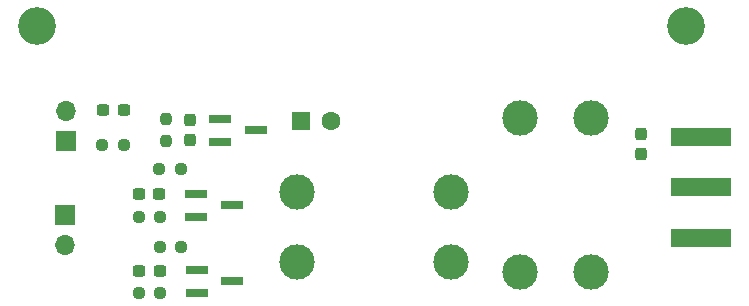
<source format=gts>
G04 #@! TF.GenerationSoftware,KiCad,Pcbnew,7.0.10*
G04 #@! TF.CreationDate,2024-11-24T13:25:21-08:00*
G04 #@! TF.ProjectId,LoopAntennaPreamp,4c6f6f70-416e-4746-956e-6e6150726561,rev?*
G04 #@! TF.SameCoordinates,Original*
G04 #@! TF.FileFunction,Soldermask,Top*
G04 #@! TF.FilePolarity,Negative*
%FSLAX46Y46*%
G04 Gerber Fmt 4.6, Leading zero omitted, Abs format (unit mm)*
G04 Created by KiCad (PCBNEW 7.0.10) date 2024-11-24 13:25:21*
%MOMM*%
%LPD*%
G01*
G04 APERTURE LIST*
G04 Aperture macros list*
%AMRoundRect*
0 Rectangle with rounded corners*
0 $1 Rounding radius*
0 $2 $3 $4 $5 $6 $7 $8 $9 X,Y pos of 4 corners*
0 Add a 4 corners polygon primitive as box body*
4,1,4,$2,$3,$4,$5,$6,$7,$8,$9,$2,$3,0*
0 Add four circle primitives for the rounded corners*
1,1,$1+$1,$2,$3*
1,1,$1+$1,$4,$5*
1,1,$1+$1,$6,$7*
1,1,$1+$1,$8,$9*
0 Add four rect primitives between the rounded corners*
20,1,$1+$1,$2,$3,$4,$5,0*
20,1,$1+$1,$4,$5,$6,$7,0*
20,1,$1+$1,$6,$7,$8,$9,0*
20,1,$1+$1,$8,$9,$2,$3,0*%
G04 Aperture macros list end*
%ADD10C,3.000000*%
%ADD11RoundRect,0.237500X-0.250000X-0.237500X0.250000X-0.237500X0.250000X0.237500X-0.250000X0.237500X0*%
%ADD12RoundRect,0.237500X0.237500X-0.250000X0.237500X0.250000X-0.237500X0.250000X-0.237500X-0.250000X0*%
%ADD13R,1.900000X0.800000*%
%ADD14R,5.080000X1.500000*%
%ADD15R,1.700000X1.700000*%
%ADD16O,1.700000X1.700000*%
%ADD17C,3.200000*%
%ADD18R,1.600000X1.600000*%
%ADD19C,1.600000*%
%ADD20RoundRect,0.237500X-0.237500X0.300000X-0.237500X-0.300000X0.237500X-0.300000X0.237500X0.300000X0*%
%ADD21RoundRect,0.237500X-0.300000X-0.237500X0.300000X-0.237500X0.300000X0.237500X-0.300000X0.237500X0*%
%ADD22RoundRect,0.237500X0.300000X0.237500X-0.300000X0.237500X-0.300000X-0.237500X0.300000X-0.237500X0*%
G04 APERTURE END LIST*
D10*
X138510000Y-130590000D03*
X138510000Y-117590000D03*
X132510000Y-130590000D03*
X132510000Y-117590000D03*
X126640000Y-123800000D03*
X113640000Y-123800000D03*
X126640000Y-129800000D03*
X113640000Y-129800000D03*
D11*
X101957500Y-121860000D03*
X103782500Y-121860000D03*
X101997500Y-128530000D03*
X103822500Y-128530000D03*
D12*
X102530000Y-119522500D03*
X102530000Y-117697500D03*
D11*
X97117500Y-119880000D03*
X98942500Y-119880000D03*
X100217500Y-132400000D03*
X102042500Y-132400000D03*
X100217500Y-125930000D03*
X102042500Y-125930000D03*
D13*
X107140000Y-117670000D03*
X107140000Y-119570000D03*
X110140000Y-118620000D03*
X108090000Y-124980000D03*
X105090000Y-125930000D03*
X105090000Y-124030000D03*
X108140000Y-131410000D03*
X105140000Y-132360000D03*
X105140000Y-130460000D03*
D14*
X147830000Y-123450000D03*
X147830000Y-127700000D03*
X147830000Y-119200000D03*
D15*
X94060000Y-119565000D03*
D16*
X94060000Y-117025000D03*
D15*
X93980000Y-125780000D03*
D16*
X93980000Y-128320000D03*
D17*
X146590000Y-109780000D03*
X91590000Y-109780000D03*
D18*
X113964888Y-117830000D03*
D19*
X116464888Y-117830000D03*
D20*
X142710000Y-118907500D03*
X142710000Y-120632500D03*
X104550000Y-117737500D03*
X104550000Y-119462500D03*
D21*
X98942500Y-116900000D03*
X97217500Y-116900000D03*
D22*
X101992500Y-130510000D03*
X100267500Y-130510000D03*
D21*
X100237500Y-124050000D03*
X101962500Y-124050000D03*
M02*

</source>
